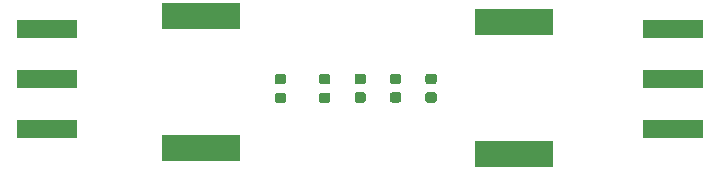
<source format=gtp>
G04 #@! TF.GenerationSoftware,KiCad,Pcbnew,(5.1.0)-1*
G04 #@! TF.CreationDate,2019-05-10T18:53:53+02:00*
G04 #@! TF.ProjectId,30mhzLP,33306d68-7a4c-4502-9e6b-696361645f70,rev?*
G04 #@! TF.SameCoordinates,Original*
G04 #@! TF.FileFunction,Paste,Top*
G04 #@! TF.FilePolarity,Positive*
%FSLAX46Y46*%
G04 Gerber Fmt 4.6, Leading zero omitted, Abs format (unit mm)*
G04 Created by KiCad (PCBNEW (5.1.0)-1) date 2019-05-10 18:53:53*
%MOMM*%
%LPD*%
G04 APERTURE LIST*
%ADD10R,6.730000X2.160000*%
%ADD11C,0.100000*%
%ADD12C,0.875000*%
%ADD13R,5.080000X1.500000*%
G04 APERTURE END LIST*
D10*
X158000000Y-107660000D03*
X158000000Y-118840000D03*
X131500000Y-118340000D03*
X131500000Y-107160000D03*
D11*
G36*
X148277691Y-113601053D02*
G01*
X148298926Y-113604203D01*
X148319750Y-113609419D01*
X148339962Y-113616651D01*
X148359368Y-113625830D01*
X148377781Y-113636866D01*
X148395024Y-113649654D01*
X148410930Y-113664070D01*
X148425346Y-113679976D01*
X148438134Y-113697219D01*
X148449170Y-113715632D01*
X148458349Y-113735038D01*
X148465581Y-113755250D01*
X148470797Y-113776074D01*
X148473947Y-113797309D01*
X148475000Y-113818750D01*
X148475000Y-114256250D01*
X148473947Y-114277691D01*
X148470797Y-114298926D01*
X148465581Y-114319750D01*
X148458349Y-114339962D01*
X148449170Y-114359368D01*
X148438134Y-114377781D01*
X148425346Y-114395024D01*
X148410930Y-114410930D01*
X148395024Y-114425346D01*
X148377781Y-114438134D01*
X148359368Y-114449170D01*
X148339962Y-114458349D01*
X148319750Y-114465581D01*
X148298926Y-114470797D01*
X148277691Y-114473947D01*
X148256250Y-114475000D01*
X147743750Y-114475000D01*
X147722309Y-114473947D01*
X147701074Y-114470797D01*
X147680250Y-114465581D01*
X147660038Y-114458349D01*
X147640632Y-114449170D01*
X147622219Y-114438134D01*
X147604976Y-114425346D01*
X147589070Y-114410930D01*
X147574654Y-114395024D01*
X147561866Y-114377781D01*
X147550830Y-114359368D01*
X147541651Y-114339962D01*
X147534419Y-114319750D01*
X147529203Y-114298926D01*
X147526053Y-114277691D01*
X147525000Y-114256250D01*
X147525000Y-113818750D01*
X147526053Y-113797309D01*
X147529203Y-113776074D01*
X147534419Y-113755250D01*
X147541651Y-113735038D01*
X147550830Y-113715632D01*
X147561866Y-113697219D01*
X147574654Y-113679976D01*
X147589070Y-113664070D01*
X147604976Y-113649654D01*
X147622219Y-113636866D01*
X147640632Y-113625830D01*
X147660038Y-113616651D01*
X147680250Y-113609419D01*
X147701074Y-113604203D01*
X147722309Y-113601053D01*
X147743750Y-113600000D01*
X148256250Y-113600000D01*
X148277691Y-113601053D01*
X148277691Y-113601053D01*
G37*
D12*
X148000000Y-114037500D03*
D11*
G36*
X148277691Y-112026053D02*
G01*
X148298926Y-112029203D01*
X148319750Y-112034419D01*
X148339962Y-112041651D01*
X148359368Y-112050830D01*
X148377781Y-112061866D01*
X148395024Y-112074654D01*
X148410930Y-112089070D01*
X148425346Y-112104976D01*
X148438134Y-112122219D01*
X148449170Y-112140632D01*
X148458349Y-112160038D01*
X148465581Y-112180250D01*
X148470797Y-112201074D01*
X148473947Y-112222309D01*
X148475000Y-112243750D01*
X148475000Y-112681250D01*
X148473947Y-112702691D01*
X148470797Y-112723926D01*
X148465581Y-112744750D01*
X148458349Y-112764962D01*
X148449170Y-112784368D01*
X148438134Y-112802781D01*
X148425346Y-112820024D01*
X148410930Y-112835930D01*
X148395024Y-112850346D01*
X148377781Y-112863134D01*
X148359368Y-112874170D01*
X148339962Y-112883349D01*
X148319750Y-112890581D01*
X148298926Y-112895797D01*
X148277691Y-112898947D01*
X148256250Y-112900000D01*
X147743750Y-112900000D01*
X147722309Y-112898947D01*
X147701074Y-112895797D01*
X147680250Y-112890581D01*
X147660038Y-112883349D01*
X147640632Y-112874170D01*
X147622219Y-112863134D01*
X147604976Y-112850346D01*
X147589070Y-112835930D01*
X147574654Y-112820024D01*
X147561866Y-112802781D01*
X147550830Y-112784368D01*
X147541651Y-112764962D01*
X147534419Y-112744750D01*
X147529203Y-112723926D01*
X147526053Y-112702691D01*
X147525000Y-112681250D01*
X147525000Y-112243750D01*
X147526053Y-112222309D01*
X147529203Y-112201074D01*
X147534419Y-112180250D01*
X147541651Y-112160038D01*
X147550830Y-112140632D01*
X147561866Y-112122219D01*
X147574654Y-112104976D01*
X147589070Y-112089070D01*
X147604976Y-112074654D01*
X147622219Y-112061866D01*
X147640632Y-112050830D01*
X147660038Y-112041651D01*
X147680250Y-112034419D01*
X147701074Y-112029203D01*
X147722309Y-112026053D01*
X147743750Y-112025000D01*
X148256250Y-112025000D01*
X148277691Y-112026053D01*
X148277691Y-112026053D01*
G37*
D12*
X148000000Y-112462500D03*
D11*
G36*
X142277691Y-112063553D02*
G01*
X142298926Y-112066703D01*
X142319750Y-112071919D01*
X142339962Y-112079151D01*
X142359368Y-112088330D01*
X142377781Y-112099366D01*
X142395024Y-112112154D01*
X142410930Y-112126570D01*
X142425346Y-112142476D01*
X142438134Y-112159719D01*
X142449170Y-112178132D01*
X142458349Y-112197538D01*
X142465581Y-112217750D01*
X142470797Y-112238574D01*
X142473947Y-112259809D01*
X142475000Y-112281250D01*
X142475000Y-112718750D01*
X142473947Y-112740191D01*
X142470797Y-112761426D01*
X142465581Y-112782250D01*
X142458349Y-112802462D01*
X142449170Y-112821868D01*
X142438134Y-112840281D01*
X142425346Y-112857524D01*
X142410930Y-112873430D01*
X142395024Y-112887846D01*
X142377781Y-112900634D01*
X142359368Y-112911670D01*
X142339962Y-112920849D01*
X142319750Y-112928081D01*
X142298926Y-112933297D01*
X142277691Y-112936447D01*
X142256250Y-112937500D01*
X141743750Y-112937500D01*
X141722309Y-112936447D01*
X141701074Y-112933297D01*
X141680250Y-112928081D01*
X141660038Y-112920849D01*
X141640632Y-112911670D01*
X141622219Y-112900634D01*
X141604976Y-112887846D01*
X141589070Y-112873430D01*
X141574654Y-112857524D01*
X141561866Y-112840281D01*
X141550830Y-112821868D01*
X141541651Y-112802462D01*
X141534419Y-112782250D01*
X141529203Y-112761426D01*
X141526053Y-112740191D01*
X141525000Y-112718750D01*
X141525000Y-112281250D01*
X141526053Y-112259809D01*
X141529203Y-112238574D01*
X141534419Y-112217750D01*
X141541651Y-112197538D01*
X141550830Y-112178132D01*
X141561866Y-112159719D01*
X141574654Y-112142476D01*
X141589070Y-112126570D01*
X141604976Y-112112154D01*
X141622219Y-112099366D01*
X141640632Y-112088330D01*
X141660038Y-112079151D01*
X141680250Y-112071919D01*
X141701074Y-112066703D01*
X141722309Y-112063553D01*
X141743750Y-112062500D01*
X142256250Y-112062500D01*
X142277691Y-112063553D01*
X142277691Y-112063553D01*
G37*
D12*
X142000000Y-112500000D03*
D11*
G36*
X142277691Y-113638553D02*
G01*
X142298926Y-113641703D01*
X142319750Y-113646919D01*
X142339962Y-113654151D01*
X142359368Y-113663330D01*
X142377781Y-113674366D01*
X142395024Y-113687154D01*
X142410930Y-113701570D01*
X142425346Y-113717476D01*
X142438134Y-113734719D01*
X142449170Y-113753132D01*
X142458349Y-113772538D01*
X142465581Y-113792750D01*
X142470797Y-113813574D01*
X142473947Y-113834809D01*
X142475000Y-113856250D01*
X142475000Y-114293750D01*
X142473947Y-114315191D01*
X142470797Y-114336426D01*
X142465581Y-114357250D01*
X142458349Y-114377462D01*
X142449170Y-114396868D01*
X142438134Y-114415281D01*
X142425346Y-114432524D01*
X142410930Y-114448430D01*
X142395024Y-114462846D01*
X142377781Y-114475634D01*
X142359368Y-114486670D01*
X142339962Y-114495849D01*
X142319750Y-114503081D01*
X142298926Y-114508297D01*
X142277691Y-114511447D01*
X142256250Y-114512500D01*
X141743750Y-114512500D01*
X141722309Y-114511447D01*
X141701074Y-114508297D01*
X141680250Y-114503081D01*
X141660038Y-114495849D01*
X141640632Y-114486670D01*
X141622219Y-114475634D01*
X141604976Y-114462846D01*
X141589070Y-114448430D01*
X141574654Y-114432524D01*
X141561866Y-114415281D01*
X141550830Y-114396868D01*
X141541651Y-114377462D01*
X141534419Y-114357250D01*
X141529203Y-114336426D01*
X141526053Y-114315191D01*
X141525000Y-114293750D01*
X141525000Y-113856250D01*
X141526053Y-113834809D01*
X141529203Y-113813574D01*
X141534419Y-113792750D01*
X141541651Y-113772538D01*
X141550830Y-113753132D01*
X141561866Y-113734719D01*
X141574654Y-113717476D01*
X141589070Y-113701570D01*
X141604976Y-113687154D01*
X141622219Y-113674366D01*
X141640632Y-113663330D01*
X141660038Y-113654151D01*
X141680250Y-113646919D01*
X141701074Y-113641703D01*
X141722309Y-113638553D01*
X141743750Y-113637500D01*
X142256250Y-113637500D01*
X142277691Y-113638553D01*
X142277691Y-113638553D01*
G37*
D12*
X142000000Y-114075000D03*
D13*
X171500000Y-112500000D03*
X171500000Y-108250000D03*
X171500000Y-116750000D03*
X118500000Y-112500000D03*
X118500000Y-116750000D03*
X118500000Y-108250000D03*
D11*
G36*
X151277691Y-112026053D02*
G01*
X151298926Y-112029203D01*
X151319750Y-112034419D01*
X151339962Y-112041651D01*
X151359368Y-112050830D01*
X151377781Y-112061866D01*
X151395024Y-112074654D01*
X151410930Y-112089070D01*
X151425346Y-112104976D01*
X151438134Y-112122219D01*
X151449170Y-112140632D01*
X151458349Y-112160038D01*
X151465581Y-112180250D01*
X151470797Y-112201074D01*
X151473947Y-112222309D01*
X151475000Y-112243750D01*
X151475000Y-112681250D01*
X151473947Y-112702691D01*
X151470797Y-112723926D01*
X151465581Y-112744750D01*
X151458349Y-112764962D01*
X151449170Y-112784368D01*
X151438134Y-112802781D01*
X151425346Y-112820024D01*
X151410930Y-112835930D01*
X151395024Y-112850346D01*
X151377781Y-112863134D01*
X151359368Y-112874170D01*
X151339962Y-112883349D01*
X151319750Y-112890581D01*
X151298926Y-112895797D01*
X151277691Y-112898947D01*
X151256250Y-112900000D01*
X150743750Y-112900000D01*
X150722309Y-112898947D01*
X150701074Y-112895797D01*
X150680250Y-112890581D01*
X150660038Y-112883349D01*
X150640632Y-112874170D01*
X150622219Y-112863134D01*
X150604976Y-112850346D01*
X150589070Y-112835930D01*
X150574654Y-112820024D01*
X150561866Y-112802781D01*
X150550830Y-112784368D01*
X150541651Y-112764962D01*
X150534419Y-112744750D01*
X150529203Y-112723926D01*
X150526053Y-112702691D01*
X150525000Y-112681250D01*
X150525000Y-112243750D01*
X150526053Y-112222309D01*
X150529203Y-112201074D01*
X150534419Y-112180250D01*
X150541651Y-112160038D01*
X150550830Y-112140632D01*
X150561866Y-112122219D01*
X150574654Y-112104976D01*
X150589070Y-112089070D01*
X150604976Y-112074654D01*
X150622219Y-112061866D01*
X150640632Y-112050830D01*
X150660038Y-112041651D01*
X150680250Y-112034419D01*
X150701074Y-112029203D01*
X150722309Y-112026053D01*
X150743750Y-112025000D01*
X151256250Y-112025000D01*
X151277691Y-112026053D01*
X151277691Y-112026053D01*
G37*
D12*
X151000000Y-112462500D03*
D11*
G36*
X151277691Y-113601053D02*
G01*
X151298926Y-113604203D01*
X151319750Y-113609419D01*
X151339962Y-113616651D01*
X151359368Y-113625830D01*
X151377781Y-113636866D01*
X151395024Y-113649654D01*
X151410930Y-113664070D01*
X151425346Y-113679976D01*
X151438134Y-113697219D01*
X151449170Y-113715632D01*
X151458349Y-113735038D01*
X151465581Y-113755250D01*
X151470797Y-113776074D01*
X151473947Y-113797309D01*
X151475000Y-113818750D01*
X151475000Y-114256250D01*
X151473947Y-114277691D01*
X151470797Y-114298926D01*
X151465581Y-114319750D01*
X151458349Y-114339962D01*
X151449170Y-114359368D01*
X151438134Y-114377781D01*
X151425346Y-114395024D01*
X151410930Y-114410930D01*
X151395024Y-114425346D01*
X151377781Y-114438134D01*
X151359368Y-114449170D01*
X151339962Y-114458349D01*
X151319750Y-114465581D01*
X151298926Y-114470797D01*
X151277691Y-114473947D01*
X151256250Y-114475000D01*
X150743750Y-114475000D01*
X150722309Y-114473947D01*
X150701074Y-114470797D01*
X150680250Y-114465581D01*
X150660038Y-114458349D01*
X150640632Y-114449170D01*
X150622219Y-114438134D01*
X150604976Y-114425346D01*
X150589070Y-114410930D01*
X150574654Y-114395024D01*
X150561866Y-114377781D01*
X150550830Y-114359368D01*
X150541651Y-114339962D01*
X150534419Y-114319750D01*
X150529203Y-114298926D01*
X150526053Y-114277691D01*
X150525000Y-114256250D01*
X150525000Y-113818750D01*
X150526053Y-113797309D01*
X150529203Y-113776074D01*
X150534419Y-113755250D01*
X150541651Y-113735038D01*
X150550830Y-113715632D01*
X150561866Y-113697219D01*
X150574654Y-113679976D01*
X150589070Y-113664070D01*
X150604976Y-113649654D01*
X150622219Y-113636866D01*
X150640632Y-113625830D01*
X150660038Y-113616651D01*
X150680250Y-113609419D01*
X150701074Y-113604203D01*
X150722309Y-113601053D01*
X150743750Y-113600000D01*
X151256250Y-113600000D01*
X151277691Y-113601053D01*
X151277691Y-113601053D01*
G37*
D12*
X151000000Y-114037500D03*
D11*
G36*
X145277691Y-113601053D02*
G01*
X145298926Y-113604203D01*
X145319750Y-113609419D01*
X145339962Y-113616651D01*
X145359368Y-113625830D01*
X145377781Y-113636866D01*
X145395024Y-113649654D01*
X145410930Y-113664070D01*
X145425346Y-113679976D01*
X145438134Y-113697219D01*
X145449170Y-113715632D01*
X145458349Y-113735038D01*
X145465581Y-113755250D01*
X145470797Y-113776074D01*
X145473947Y-113797309D01*
X145475000Y-113818750D01*
X145475000Y-114256250D01*
X145473947Y-114277691D01*
X145470797Y-114298926D01*
X145465581Y-114319750D01*
X145458349Y-114339962D01*
X145449170Y-114359368D01*
X145438134Y-114377781D01*
X145425346Y-114395024D01*
X145410930Y-114410930D01*
X145395024Y-114425346D01*
X145377781Y-114438134D01*
X145359368Y-114449170D01*
X145339962Y-114458349D01*
X145319750Y-114465581D01*
X145298926Y-114470797D01*
X145277691Y-114473947D01*
X145256250Y-114475000D01*
X144743750Y-114475000D01*
X144722309Y-114473947D01*
X144701074Y-114470797D01*
X144680250Y-114465581D01*
X144660038Y-114458349D01*
X144640632Y-114449170D01*
X144622219Y-114438134D01*
X144604976Y-114425346D01*
X144589070Y-114410930D01*
X144574654Y-114395024D01*
X144561866Y-114377781D01*
X144550830Y-114359368D01*
X144541651Y-114339962D01*
X144534419Y-114319750D01*
X144529203Y-114298926D01*
X144526053Y-114277691D01*
X144525000Y-114256250D01*
X144525000Y-113818750D01*
X144526053Y-113797309D01*
X144529203Y-113776074D01*
X144534419Y-113755250D01*
X144541651Y-113735038D01*
X144550830Y-113715632D01*
X144561866Y-113697219D01*
X144574654Y-113679976D01*
X144589070Y-113664070D01*
X144604976Y-113649654D01*
X144622219Y-113636866D01*
X144640632Y-113625830D01*
X144660038Y-113616651D01*
X144680250Y-113609419D01*
X144701074Y-113604203D01*
X144722309Y-113601053D01*
X144743750Y-113600000D01*
X145256250Y-113600000D01*
X145277691Y-113601053D01*
X145277691Y-113601053D01*
G37*
D12*
X145000000Y-114037500D03*
D11*
G36*
X145277691Y-112026053D02*
G01*
X145298926Y-112029203D01*
X145319750Y-112034419D01*
X145339962Y-112041651D01*
X145359368Y-112050830D01*
X145377781Y-112061866D01*
X145395024Y-112074654D01*
X145410930Y-112089070D01*
X145425346Y-112104976D01*
X145438134Y-112122219D01*
X145449170Y-112140632D01*
X145458349Y-112160038D01*
X145465581Y-112180250D01*
X145470797Y-112201074D01*
X145473947Y-112222309D01*
X145475000Y-112243750D01*
X145475000Y-112681250D01*
X145473947Y-112702691D01*
X145470797Y-112723926D01*
X145465581Y-112744750D01*
X145458349Y-112764962D01*
X145449170Y-112784368D01*
X145438134Y-112802781D01*
X145425346Y-112820024D01*
X145410930Y-112835930D01*
X145395024Y-112850346D01*
X145377781Y-112863134D01*
X145359368Y-112874170D01*
X145339962Y-112883349D01*
X145319750Y-112890581D01*
X145298926Y-112895797D01*
X145277691Y-112898947D01*
X145256250Y-112900000D01*
X144743750Y-112900000D01*
X144722309Y-112898947D01*
X144701074Y-112895797D01*
X144680250Y-112890581D01*
X144660038Y-112883349D01*
X144640632Y-112874170D01*
X144622219Y-112863134D01*
X144604976Y-112850346D01*
X144589070Y-112835930D01*
X144574654Y-112820024D01*
X144561866Y-112802781D01*
X144550830Y-112784368D01*
X144541651Y-112764962D01*
X144534419Y-112744750D01*
X144529203Y-112723926D01*
X144526053Y-112702691D01*
X144525000Y-112681250D01*
X144525000Y-112243750D01*
X144526053Y-112222309D01*
X144529203Y-112201074D01*
X144534419Y-112180250D01*
X144541651Y-112160038D01*
X144550830Y-112140632D01*
X144561866Y-112122219D01*
X144574654Y-112104976D01*
X144589070Y-112089070D01*
X144604976Y-112074654D01*
X144622219Y-112061866D01*
X144640632Y-112050830D01*
X144660038Y-112041651D01*
X144680250Y-112034419D01*
X144701074Y-112029203D01*
X144722309Y-112026053D01*
X144743750Y-112025000D01*
X145256250Y-112025000D01*
X145277691Y-112026053D01*
X145277691Y-112026053D01*
G37*
D12*
X145000000Y-112462500D03*
D11*
G36*
X138527691Y-112063553D02*
G01*
X138548926Y-112066703D01*
X138569750Y-112071919D01*
X138589962Y-112079151D01*
X138609368Y-112088330D01*
X138627781Y-112099366D01*
X138645024Y-112112154D01*
X138660930Y-112126570D01*
X138675346Y-112142476D01*
X138688134Y-112159719D01*
X138699170Y-112178132D01*
X138708349Y-112197538D01*
X138715581Y-112217750D01*
X138720797Y-112238574D01*
X138723947Y-112259809D01*
X138725000Y-112281250D01*
X138725000Y-112718750D01*
X138723947Y-112740191D01*
X138720797Y-112761426D01*
X138715581Y-112782250D01*
X138708349Y-112802462D01*
X138699170Y-112821868D01*
X138688134Y-112840281D01*
X138675346Y-112857524D01*
X138660930Y-112873430D01*
X138645024Y-112887846D01*
X138627781Y-112900634D01*
X138609368Y-112911670D01*
X138589962Y-112920849D01*
X138569750Y-112928081D01*
X138548926Y-112933297D01*
X138527691Y-112936447D01*
X138506250Y-112937500D01*
X137993750Y-112937500D01*
X137972309Y-112936447D01*
X137951074Y-112933297D01*
X137930250Y-112928081D01*
X137910038Y-112920849D01*
X137890632Y-112911670D01*
X137872219Y-112900634D01*
X137854976Y-112887846D01*
X137839070Y-112873430D01*
X137824654Y-112857524D01*
X137811866Y-112840281D01*
X137800830Y-112821868D01*
X137791651Y-112802462D01*
X137784419Y-112782250D01*
X137779203Y-112761426D01*
X137776053Y-112740191D01*
X137775000Y-112718750D01*
X137775000Y-112281250D01*
X137776053Y-112259809D01*
X137779203Y-112238574D01*
X137784419Y-112217750D01*
X137791651Y-112197538D01*
X137800830Y-112178132D01*
X137811866Y-112159719D01*
X137824654Y-112142476D01*
X137839070Y-112126570D01*
X137854976Y-112112154D01*
X137872219Y-112099366D01*
X137890632Y-112088330D01*
X137910038Y-112079151D01*
X137930250Y-112071919D01*
X137951074Y-112066703D01*
X137972309Y-112063553D01*
X137993750Y-112062500D01*
X138506250Y-112062500D01*
X138527691Y-112063553D01*
X138527691Y-112063553D01*
G37*
D12*
X138250000Y-112500000D03*
D11*
G36*
X138527691Y-113638553D02*
G01*
X138548926Y-113641703D01*
X138569750Y-113646919D01*
X138589962Y-113654151D01*
X138609368Y-113663330D01*
X138627781Y-113674366D01*
X138645024Y-113687154D01*
X138660930Y-113701570D01*
X138675346Y-113717476D01*
X138688134Y-113734719D01*
X138699170Y-113753132D01*
X138708349Y-113772538D01*
X138715581Y-113792750D01*
X138720797Y-113813574D01*
X138723947Y-113834809D01*
X138725000Y-113856250D01*
X138725000Y-114293750D01*
X138723947Y-114315191D01*
X138720797Y-114336426D01*
X138715581Y-114357250D01*
X138708349Y-114377462D01*
X138699170Y-114396868D01*
X138688134Y-114415281D01*
X138675346Y-114432524D01*
X138660930Y-114448430D01*
X138645024Y-114462846D01*
X138627781Y-114475634D01*
X138609368Y-114486670D01*
X138589962Y-114495849D01*
X138569750Y-114503081D01*
X138548926Y-114508297D01*
X138527691Y-114511447D01*
X138506250Y-114512500D01*
X137993750Y-114512500D01*
X137972309Y-114511447D01*
X137951074Y-114508297D01*
X137930250Y-114503081D01*
X137910038Y-114495849D01*
X137890632Y-114486670D01*
X137872219Y-114475634D01*
X137854976Y-114462846D01*
X137839070Y-114448430D01*
X137824654Y-114432524D01*
X137811866Y-114415281D01*
X137800830Y-114396868D01*
X137791651Y-114377462D01*
X137784419Y-114357250D01*
X137779203Y-114336426D01*
X137776053Y-114315191D01*
X137775000Y-114293750D01*
X137775000Y-113856250D01*
X137776053Y-113834809D01*
X137779203Y-113813574D01*
X137784419Y-113792750D01*
X137791651Y-113772538D01*
X137800830Y-113753132D01*
X137811866Y-113734719D01*
X137824654Y-113717476D01*
X137839070Y-113701570D01*
X137854976Y-113687154D01*
X137872219Y-113674366D01*
X137890632Y-113663330D01*
X137910038Y-113654151D01*
X137930250Y-113646919D01*
X137951074Y-113641703D01*
X137972309Y-113638553D01*
X137993750Y-113637500D01*
X138506250Y-113637500D01*
X138527691Y-113638553D01*
X138527691Y-113638553D01*
G37*
D12*
X138250000Y-114075000D03*
M02*

</source>
